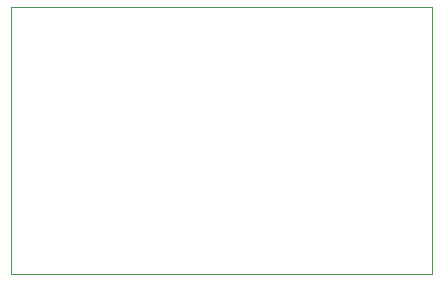
<source format=gbr>
%TF.GenerationSoftware,KiCad,Pcbnew,7.0.8*%
%TF.CreationDate,2024-03-30T04:59:33+03:00*%
%TF.ProjectId,PowerSensor,506f7765-7253-4656-9e73-6f722e6b6963,rev?*%
%TF.SameCoordinates,Original*%
%TF.FileFunction,Profile,NP*%
%FSLAX46Y46*%
G04 Gerber Fmt 4.6, Leading zero omitted, Abs format (unit mm)*
G04 Created by KiCad (PCBNEW 7.0.8) date 2024-03-30 04:59:33*
%MOMM*%
%LPD*%
G01*
G04 APERTURE LIST*
%TA.AperFunction,Profile*%
%ADD10C,0.100000*%
%TD*%
G04 APERTURE END LIST*
D10*
X91400000Y-81200000D02*
X127000000Y-81200000D01*
X127000000Y-103800000D01*
X91400000Y-103800000D01*
X91400000Y-81200000D01*
M02*

</source>
